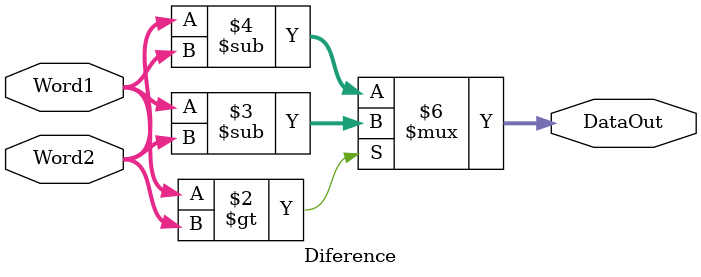
<source format=sv>
module Diference(input logic[7:0] Word1, input logic[7:0] Word2, output logic [7:0] DataOut);
	
	always_comb
		if(Word1>Word2)
			DataOut = Word1 - Word2;
		else
			DataOut = Word2 - Word1;
endmodule
</source>
